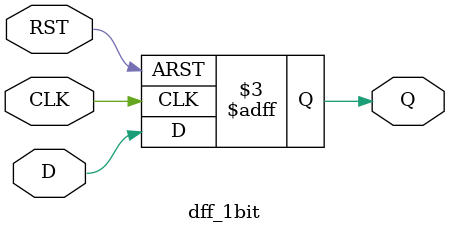
<source format=v>
module dff_1bit (Q, D, RST, CLK);
	input CLK, RST, D;
	output reg Q;

	always @ (posedge CLK or negedge RST)
		begin
		if (!RST)
		Q <= 1'd0;
		else
		Q <= D;
	end
endmodule
</source>
